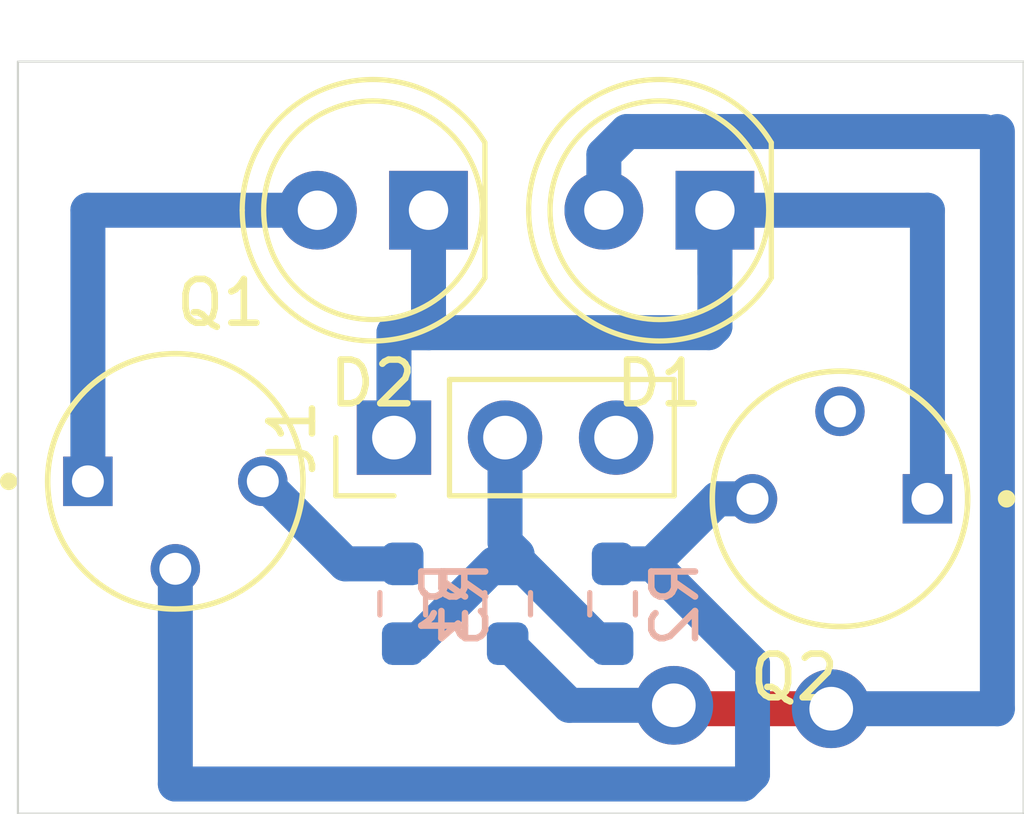
<source format=kicad_pcb>
(kicad_pcb (version 20240108) (generator "pcbnew") (generator_version "8.0")
  (layers (0 "F.Cu" signal) (31 "B.Cu" signal) (34 "B.Paste" user) (35 "F.Paste" user) (36 "B.SilkS" user "B.Silkscreen") (37 "F.SilkS" user "F.Silkscreen") (38 "B.Mask" user) (39 "F.Mask" user) (44 "Edge.Cuts" user))
  (net 0 "")
  (net 1 "GND")
  (net 2 "Net-(D1-A)")
  (net 3 "Net-(D2-A)")
  (net 4 "Net-(Q1-Pad3)")
  (net 5 "+5V")
  (net 7 "Net-(Q1-Pad2)")
  (net 8 "pin")
  (footprint "LED_THT:LED_D5.0mm" (layer "F.Cu") (at 48.34 21.4 180)
    (property "Reference" "D1" (at 1.27 -3.96 360) (layer "F.SilkS"))
    (property "Value" "LED")
    (fp_line (start -1.29 -1.545) (end -1.29 1.545) (stroke (width 0.12)) (layer "F.SilkS"))
    (fp_arc (start 4.26 -0.000462) (mid 2.072002 2.880433) (end -1.29 1.54483) (stroke (width 0.12)) (layer "F.SilkS"))
    (fp_arc (start -1.29 -1.54483) (mid 2.072002 -2.880433) (end 4.26 0.000462) (stroke (width 0.12)) (layer "F.SilkS"))
    (fp_circle (center 1.27 0) (end 3.77 0) (stroke (width 0.12)) (fill none) (layer "F.SilkS"))
    (pad "1" thru_hole rect (at 0 0 180) (size 1.8 1.8) (drill 0.9) (layers "*.Cu" "*.Mask") (net 1 "GND"))
    (pad "2" thru_hole circle (at 2.54 0 180) (size 1.8 1.8) (drill 0.9) (layers "*.Cu" "*.Mask") (net 2 "Net-(D1-A)"))
  )
  (footprint "LED_THT:LED_D5.0mm" (layer "F.Cu") (at 41.79 21.4 180)
    (property "Reference" "D2" (at 1.27 -3.96 360) (layer "F.SilkS"))
    (property "Value" "LED")
    (fp_line (start -1.29 -1.545) (end -1.29 1.545) (stroke (width 0.12)) (layer "F.SilkS"))
    (fp_arc (start 4.26 -0.000462) (mid 2.072002 2.880433) (end -1.29 1.54483) (stroke (width 0.12)) (layer "F.SilkS"))
    (fp_arc (start -1.29 -1.54483) (mid 2.072002 -2.880433) (end 4.26 0.000462) (stroke (width 0.12)) (layer "F.SilkS"))
    (fp_circle (center 1.27 0) (end 3.77 0) (stroke (width 0.12)) (fill none) (layer "F.SilkS"))
    (pad "1" thru_hole rect (at 0 0 180) (size 1.8 1.8) (drill 0.9) (layers "*.Cu" "*.Mask") (net 1 "GND"))
    (pad "2" thru_hole circle (at 2.54 0 180) (size 1.8 1.8) (drill 0.9) (layers "*.Cu" "*.Mask") (net 3 "Net-(D2-A)"))
  )
  (footprint "Connector_PinHeader_2.54mm:PinHeader_1x03_P2.54mm_Vertical" (layer "F.Cu") (at 41 26.6 90)
    (property "Reference" "J1" (at 0 -2.33 90) (layer "F.SilkS"))
    (property "Value" "Conn_01x03_Socket")
    (fp_line (start -1.33 -1.33) (end 0 -1.33) (stroke (width 0.12)) (layer "F.SilkS"))
    (fp_line (start -1.33 0) (end -1.33 -1.33) (stroke (width 0.12)) (layer "F.SilkS"))
    (fp_line (start 1.33 1.27) (end 1.33 6.41) (stroke (width 0.12)) (layer "F.SilkS"))
    (fp_line (start -1.33 1.27) (end 1.33 1.27) (stroke (width 0.12)) (layer "F.SilkS"))
    (fp_line (start -1.33 1.27) (end -1.33 6.41) (stroke (width 0.12)) (layer "F.SilkS"))
    (fp_line (start -1.33 6.41) (end 1.33 6.41) (stroke (width 0.12)) (layer "F.SilkS"))
    (pad "1" thru_hole rect (at 0 0 90) (size 1.7 1.7) (drill 1) (layers "*.Cu" "*.Mask") (net 1 "GND"))
    (pad "2" thru_hole oval (at 0 2.54 90) (size 1.7 1.7) (drill 1) (layers "*.Cu" "*.Mask") (net 5 "+5V"))
    (pad "3" thru_hole oval (at 0 5.08 90) (size 1.7 1.7) (drill 1) (layers "*.Cu" "*.Mask"))
  )
  (footprint "2N2222A:TO127P584H533-3" (layer "F.Cu") (at 51.2 28 180)
    (property "Reference" "Q2" (at 1.04313 -4.08359 360) (layer "F.SilkS"))
    (property "Value" "2N2222A")
    (fp_circle (center 0 0) (end 2.92 0) (stroke (width 0.127)) (fill none) (layer "F.SilkS"))
    (fp_circle (center -3.81 0) (end -3.71 0) (stroke (width 0.2)) (fill none) (layer "F.SilkS"))
    (pad "1" thru_hole rect (at -2 0 180) (size 1.13 1.13) (drill 0.73) (layers "*.Cu" "*.Mask") (net 1 "GND"))
    (pad "2" thru_hole circle (at 0 2 180) (size 1.13 1.13) (drill 0.73) (layers "*.Cu" "*.Mask") (net 8 "pin"))
    (pad "3" thru_hole circle (at 2 0 180) (size 1.13 1.13) (drill 0.73) (layers "*.Cu" "*.Mask") (net 7 "Net-(Q1-Pad2)"))
  )
  (footprint "2N2222A:TO127P584H533-3" (layer "F.Cu") (at 36 27.6)
    (property "Reference" "Q1" (at 1.04313 -4.08359 360) (layer "F.SilkS"))
    (property "Value" "2N2222A")
    (fp_circle (center -3.81 0) (end -3.71 0) (stroke (width 0.2)) (fill none) (layer "F.SilkS"))
    (fp_circle (center 0 0) (end 2.92 0) (stroke (width 0.127)) (fill none) (layer "F.SilkS"))
    (pad "1" thru_hole rect (at -2 0) (size 1.13 1.13) (drill 0.73) (layers "*.Cu" "*.Mask") (net 3 "Net-(D2-A)"))
    (pad "2" thru_hole circle (at 0 2) (size 1.13 1.13) (drill 0.73) (layers "*.Cu" "*.Mask") (net 7 "Net-(Q1-Pad2)"))
    (pad "3" thru_hole circle (at 2 0) (size 1.13 1.13) (drill 0.73) (layers "*.Cu" "*.Mask") (net 4 "Net-(Q1-Pad3)"))
  )
  (footprint "Resistor_SMD:R_0603_1608Metric_Pad0.98x0.95mm_HandSolder" (layer "B.Cu") (at 43.6 30.4 -90)
    (property "Reference" "R1" (at 0 1.43 90) (layer "B.SilkS") (effects (justify mirror)))
    (property "Value" "330")
    (fp_line (start 0.254724 0.5225) (end -0.254724 0.5225) (stroke (width 0.12)) (layer "B.SilkS"))
    (fp_line (start 0.254724 -0.5225) (end -0.254724 -0.5225) (stroke (width 0.12)) (layer "B.SilkS"))
    (pad "1" smd roundrect (at -0.9125 0 270) (size 0.975 0.95) (layers "B.Cu" "B.Paste" "B.Mask") (net 5 "+5V"))
    (pad "2" smd roundrect (at 0.9125 0 270) (size 0.975 0.95) (layers "B.Cu" "B.Paste" "B.Mask") (net 2 "Net-(D1-A)"))
  )
  (footprint "Resistor_SMD:R_0603_1608Metric_Pad0.98x0.95mm_HandSolder" (layer "B.Cu") (at 41.2 30.4 90)
    (property "Reference" "R3" (at 0 1.43 90) (layer "B.SilkS") (effects (justify mirror)))
    (property "Value" "330")
    (fp_line (start 0.254724 -0.5225) (end -0.254724 -0.5225) (stroke (width 0.12)) (layer "B.SilkS"))
    (fp_line (start 0.254724 0.5225) (end -0.254724 0.5225) (stroke (width 0.12)) (layer "B.SilkS"))
    (pad "1" smd roundrect (at -0.9125 0 90) (size 0.975 0.95) (layers "B.Cu" "B.Paste" "B.Mask") (net 5 "+5V"))
    (pad "2" smd roundrect (at 0.9125 0 90) (size 0.975 0.95) (layers "B.Cu" "B.Paste" "B.Mask") (net 4 "Net-(Q1-Pad3)"))
  )
  (footprint "Resistor_SMD:R_0603_1608Metric_Pad0.98x0.95mm_HandSolder" (layer "B.Cu") (at 46 30.4 90)
    (property "Reference" "R2" (at 0 1.43 90) (layer "B.SilkS") (effects (justify mirror)))
    (property "Value" "330")
    (fp_line (start 0.254724 -0.5225) (end -0.254724 -0.5225) (stroke (width 0.12)) (layer "B.SilkS"))
    (fp_line (start 0.254724 0.5225) (end -0.254724 0.5225) (stroke (width 0.12)) (layer "B.SilkS"))
    (pad "1" smd roundrect (at -0.9125 0 90) (size 0.975 0.95) (layers "B.Cu" "B.Paste" "B.Mask") (net 5 "+5V"))
    (pad "2" smd roundrect (at 0.9125 0 90) (size 0.975 0.95) (layers "B.Cu" "B.Paste" "B.Mask") (net 7 "Net-(Q1-Pad2)"))
  )
  (gr_rect (start 32.4 18) (end 55.4 35.2) (stroke (width 0.05)) (fill none) (layer "Edge.Cuts"))
  (segment (start 41.8 24.2) (end 41 24.2) (width 0.8) (layer "B.Cu") (net 1))
  (segment (start 48.2 24.2) (end 48.34 24.06) (width 0.8) (layer "B.Cu") (net 1))
  (segment (start 48.34 21.4) (end 53.2 21.4) (width 0.8) (layer "B.Cu") (net 1))
  (segment (start 41 24.2) (end 41 26.6) (width 0.8) (layer "B.Cu") (net 1))
  (segment (start 48.34 24.06) (end 48.34 21.4) (width 0.8) (layer "B.Cu") (net 1))
  (segment (start 48.34 22.86) (end 48.34 21.4) (width 0.8) (layer "B.Cu") (net 1))
  (segment (start 53.2 21.4) (end 53.2 28) (width 0.8) (layer "B.Cu") (net 1))
  (segment (start 41 24.2) (end 48.2 24.2) (width 0.8) (layer "B.Cu") (net 1))
  (segment (start 41.79 24.19) (end 41.8 24.2) (width 0.8) (layer "B.Cu") (net 1))
  (segment (start 41.79 21.4) (end 41.79 24.19) (width 0.8) (layer "B.Cu") (net 1))
  (segment (start 51 32.8) (end 47.477648 32.8) (width 0.8) (layer "F.Cu") (net 2))
  (segment (start 47.477648 32.8) (end 47.4 32.722352) (width 0.8) (layer "F.Cu") (net 2))
  (via (at 47.4 32.722352) (size 1.8) (drill 1) (layers "F.Cu" "B.Cu") (net 2))
  (via (at 51 32.8) (size 1.8) (drill 1) (layers "F.Cu" "B.Cu") (net 2))
  (segment (start 45.8 20.127208) (end 46.327208 19.6) (width 0.8) (layer "B.Cu") (net 2))
  (segment (start 47.4 32.722352) (end 45.009852 32.722352) (width 0.8) (layer "B.Cu") (net 2))
  (segment (start 54.8 32.8) (end 54.8 19.6) (width 0.8) (layer "B.Cu") (net 2))
  (segment (start 45.009852 32.722352) (end 43.6 31.3125) (width 0.8) (layer "B.Cu") (net 2))
  (segment (start 46.327208 19.6) (end 54.5 19.6) (width 0.8) (layer "B.Cu") (net 2))
  (segment (start 45.8 21.4) (end 45.8 20.127208) (width 0.8) (layer "B.Cu") (net 2))
  (segment (start 51 32.8) (end 54.8 32.8) (width 0.8) (layer "B.Cu") (net 2))
  (segment (start 39.25 21.4) (end 34 21.4) (width 0.8) (layer "B.Cu") (net 3))
  (segment (start 34 21.4) (end 34 27.6) (width 0.8) (layer "B.Cu") (net 3))
  (segment (start 39.8875 29.4875) (end 38 27.6) (width 0.8) (layer "B.Cu") (net 4))
  (segment (start 41.2 29.4875) (end 39.8875 29.4875) (width 0.8) (layer "B.Cu") (net 4))
  (segment (start 43.815 29.2725) (end 43.6 29.4875) (width 0.8) (layer "B.Cu") (net 5))
  (segment (start 41.47775 31.3125) (end 41.2 31.3125) (width 0.8) (layer "B.Cu") (net 5))
  (segment (start 43.6 29.4875) (end 43.30275 29.4875) (width 0.8) (layer "B.Cu") (net 5))
  (segment (start 43.54 26.6) (end 43.54 28.9975) (width 0.8) (layer "B.Cu") (net 5))
  (segment (start 46 31.3125) (end 45.72225 31.3125) (width 0.8) (layer "B.Cu") (net 5))
  (segment (start 43.89725 29.4875) (end 43.6 29.4875) (width 0.8) (layer "B.Cu") (net 5))
  (segment (start 43.30275 29.4875) (end 41.47775 31.3125) (width 0.8) (layer "B.Cu") (net 5))
  (segment (start 43.54 28.9975) (end 43.815 29.2725) (width 0.8) (layer "B.Cu") (net 5))
  (segment (start 45.72225 31.3125) (end 43.89725 29.4875) (width 0.8) (layer "B.Cu") (net 5))
  (segment (start 36 34.522352) (end 36 29.6) (width 0.8) (layer "B.Cu") (net 7))
  (segment (start 46 29.4875) (end 46.9125 29.4875) (width 0.8) (layer "B.Cu") (net 7))
  (segment (start 46.9125 29.4875) (end 48.4 28) (width 0.8) (layer "B.Cu") (net 7))
  (segment (start 48.4 28) (end 49.2 28) (width 0.8) (layer "B.Cu") (net 7))
  (segment (start 48.977648 34.522352) (end 36 34.522352) (width 0.8) (layer "B.Cu") (net 7))
  (segment (start 49.2 34.3) (end 48.977648 34.522352) (width 0.8) (layer "B.Cu") (net 7))
  (segment (start 49.2 34.3) (end 49.2 31.775) (width 0.8) (layer "B.Cu") (net 7))
  (segment (start 49.2 31.775) (end 46.9125 29.4875) (width 0.8) (layer "B.Cu") (net 7))
)
</source>
